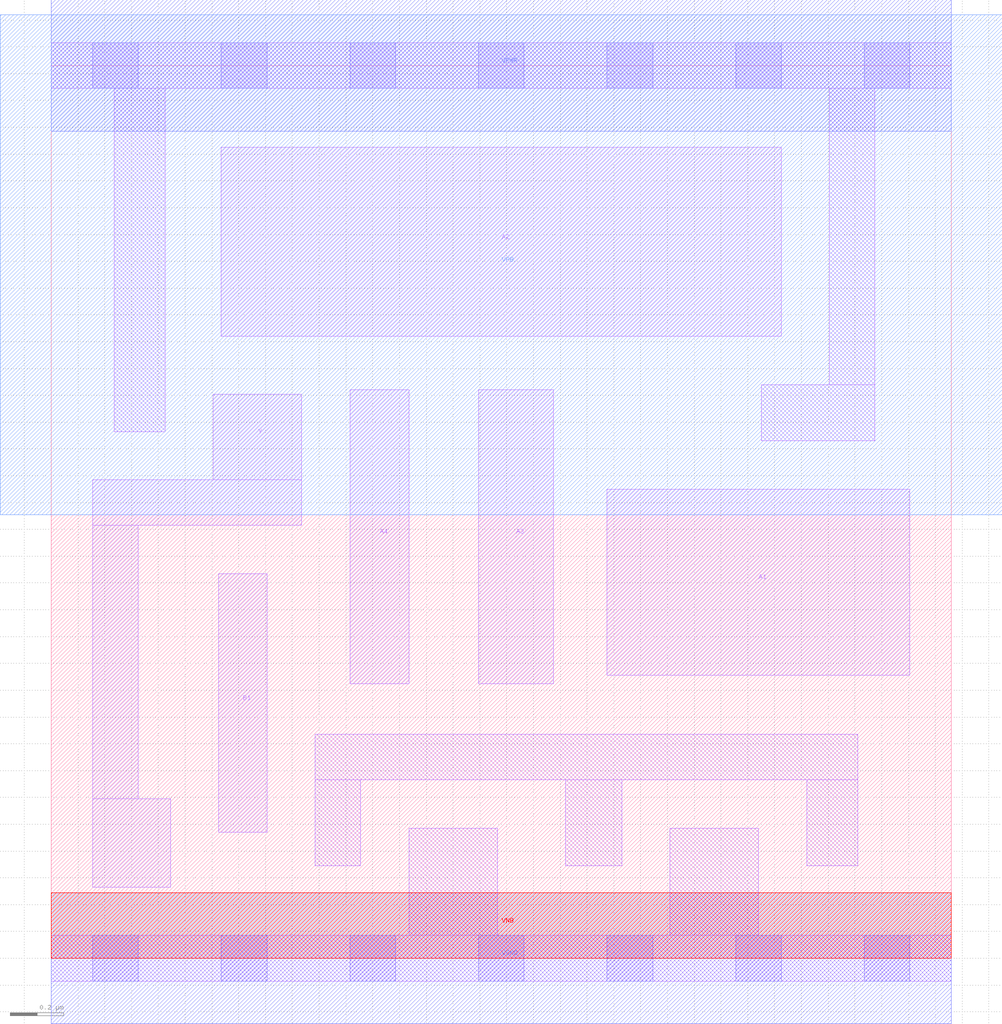
<source format=lef>
# Copyright 2020 The SkyWater PDK Authors
#
# Licensed under the Apache License, Version 2.0 (the "License");
# you may not use this file except in compliance with the License.
# You may obtain a copy of the License at
#
#     https://www.apache.org/licenses/LICENSE-2.0
#
# Unless required by applicable law or agreed to in writing, software
# distributed under the License is distributed on an "AS IS" BASIS,
# WITHOUT WARRANTIES OR CONDITIONS OF ANY KIND, either express or implied.
# See the License for the specific language governing permissions and
# limitations under the License.
#
# SPDX-License-Identifier: Apache-2.0

VERSION 5.7 ;
  NOWIREEXTENSIONATPIN ON ;
  DIVIDERCHAR "/" ;
  BUSBITCHARS "[]" ;
MACRO sky130_fd_sc_lp__o41ai_m
  CLASS CORE ;
  FOREIGN sky130_fd_sc_lp__o41ai_m ;
  ORIGIN  0.000000  0.000000 ;
  SIZE  3.360000 BY  3.330000 ;
  SYMMETRY X Y R90 ;
  SITE unit ;
  PIN A1
    ANTENNAGATEAREA  0.126000 ;
    DIRECTION INPUT ;
    USE SIGNAL ;
    PORT
      LAYER li1 ;
        RECT 2.075000 1.055000 3.205000 1.750000 ;
    END
  END A1
  PIN A2
    ANTENNAGATEAREA  0.126000 ;
    DIRECTION INPUT ;
    USE SIGNAL ;
    PORT
      LAYER li1 ;
        RECT 0.635000 2.320000 2.725000 3.025000 ;
    END
  END A2
  PIN A3
    ANTENNAGATEAREA  0.126000 ;
    DIRECTION INPUT ;
    USE SIGNAL ;
    PORT
      LAYER li1 ;
        RECT 1.595000 1.025000 1.875000 2.120000 ;
    END
  END A3
  PIN A4
    ANTENNAGATEAREA  0.126000 ;
    DIRECTION INPUT ;
    USE SIGNAL ;
    PORT
      LAYER li1 ;
        RECT 1.115000 1.025000 1.335000 2.120000 ;
    END
  END A4
  PIN B1
    ANTENNAGATEAREA  0.126000 ;
    DIRECTION INPUT ;
    USE SIGNAL ;
    PORT
      LAYER li1 ;
        RECT 0.625000 0.470000 0.805000 1.435000 ;
    END
  END B1
  PIN Y
    ANTENNADIFFAREA  0.396900 ;
    DIRECTION OUTPUT ;
    USE SIGNAL ;
    PORT
      LAYER li1 ;
        RECT 0.155000 0.265000 0.445000 0.595000 ;
        RECT 0.155000 0.595000 0.325000 1.615000 ;
        RECT 0.155000 1.615000 0.935000 1.785000 ;
        RECT 0.605000 1.785000 0.935000 2.105000 ;
    END
  END Y
  PIN VGND
    DIRECTION INOUT ;
    USE GROUND ;
    PORT
      LAYER met1 ;
        RECT 0.000000 -0.245000 3.360000 0.245000 ;
    END
  END VGND
  PIN VNB
    DIRECTION INOUT ;
    USE GROUND ;
    PORT
      LAYER pwell ;
        RECT 0.000000 0.000000 3.360000 0.245000 ;
    END
  END VNB
  PIN VPB
    DIRECTION INOUT ;
    USE POWER ;
    PORT
      LAYER nwell ;
        RECT -0.190000 1.655000 3.550000 3.520000 ;
    END
  END VPB
  PIN VPWR
    DIRECTION INOUT ;
    USE POWER ;
    PORT
      LAYER met1 ;
        RECT 0.000000 3.085000 3.360000 3.575000 ;
    END
  END VPWR
  OBS
    LAYER li1 ;
      RECT 0.000000 -0.085000 3.360000 0.085000 ;
      RECT 0.000000  3.245000 3.360000 3.415000 ;
      RECT 0.235000  1.965000 0.425000 3.245000 ;
      RECT 0.985000  0.345000 1.155000 0.665000 ;
      RECT 0.985000  0.665000 3.010000 0.835000 ;
      RECT 1.335000  0.085000 1.665000 0.485000 ;
      RECT 1.920000  0.345000 2.130000 0.665000 ;
      RECT 2.310000  0.085000 2.640000 0.485000 ;
      RECT 2.650000  1.930000 3.075000 2.140000 ;
      RECT 2.820000  0.345000 3.010000 0.665000 ;
      RECT 2.905000  2.140000 3.075000 3.245000 ;
    LAYER mcon ;
      RECT 0.155000 -0.085000 0.325000 0.085000 ;
      RECT 0.155000  3.245000 0.325000 3.415000 ;
      RECT 0.635000 -0.085000 0.805000 0.085000 ;
      RECT 0.635000  3.245000 0.805000 3.415000 ;
      RECT 1.115000 -0.085000 1.285000 0.085000 ;
      RECT 1.115000  3.245000 1.285000 3.415000 ;
      RECT 1.595000 -0.085000 1.765000 0.085000 ;
      RECT 1.595000  3.245000 1.765000 3.415000 ;
      RECT 2.075000 -0.085000 2.245000 0.085000 ;
      RECT 2.075000  3.245000 2.245000 3.415000 ;
      RECT 2.555000 -0.085000 2.725000 0.085000 ;
      RECT 2.555000  3.245000 2.725000 3.415000 ;
      RECT 3.035000 -0.085000 3.205000 0.085000 ;
      RECT 3.035000  3.245000 3.205000 3.415000 ;
  END
END sky130_fd_sc_lp__o41ai_m
END LIBRARY

</source>
